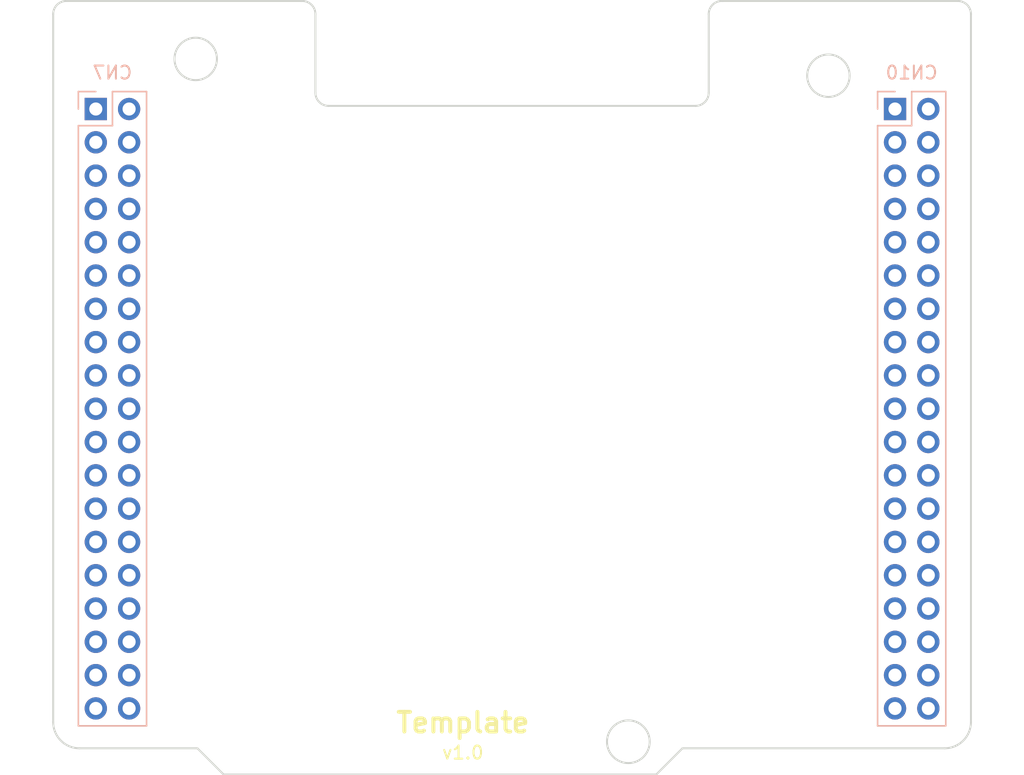
<source format=kicad_pcb>
(kicad_pcb (version 20241229) (generator "pcbnew") (generator_version "9.0")
  (title_block (rev "${REVISION}") (company "Author:") (comment 1 "Reviewer:"))
  (layers (0 "F.Cu" signal) (2 "B.Cu" signal) (13 "F.Paste" user) (15 "B.Paste" user) (5 "F.SilkS" user "F.Silkscreen") (7 "B.SilkS" user "B.Silkscreen") (1 "F.Mask" user) (3 "B.Mask" user) (25 "Edge.Cuts" user))
  (property "REVISION" "1.0")
  (net 0 "")
  (net 1 "Net-(CN10-Pad1)")
  (net 2 "Net-(CN10-Pad2)")
  (net 3 "Net-(CN10-Pad3)")
  (net 4 "Net-(CN10-Pad4)")
  (net 5 "Net-(CN10-Pad5)")
  (net 6 "Net-(CN10-Pad6)")
  (net 7 "Net-(CN10-Pad7)")
  (net 8 "Net-(CN10-Pad8)")
  (net 9 "Net-(CN10-Pad9)")
  (net 10 "Net-(CN10-Pad10)")
  (net 11 "Net-(CN10-Pad11)")
  (net 12 "Net-(CN10-Pad12)")
  (net 13 "Net-(CN10-Pad13)")
  (net 14 "Net-(CN10-Pad14)")
  (net 15 "Net-(CN10-Pad15)")
  (net 16 "Net-(CN10-Pad16)")
  (net 17 "Net-(CN10-Pad17)")
  (net 18 "Net-(CN10-Pad18)")
  (net 19 "Net-(CN10-Pad19)")
  (net 20 "Net-(CN10-Pad20)")
  (net 21 "Net-(CN10-Pad21)")
  (net 22 "Net-(CN10-Pad22)")
  (net 23 "Net-(CN10-Pad23)")
  (net 24 "Net-(CN10-Pad24)")
  (net 25 "Net-(CN10-Pad25)")
  (net 26 "Net-(CN10-Pad26)")
  (net 27 "Net-(CN10-Pad27)")
  (net 28 "Net-(CN10-Pad28)")
  (net 29 "Net-(CN10-Pad29)")
  (net 30 "Net-(CN10-Pad30)")
  (net 31 "Net-(CN10-Pad31)")
  (net 32 "Net-(CN10-Pad32)")
  (net 33 "Net-(CN10-Pad33)")
  (net 34 "Net-(CN10-Pad34)")
  (net 35 "Net-(CN10-Pad35)")
  (net 36 "Net-(CN10-Pad36)")
  (net 37 "Net-(CN10-Pad37)")
  (net 38 "Net-(CN10-Pad38)")
  (net 39 "Net-(CN7-Pad1)")
  (net 40 "Net-(CN7-Pad2)")
  (net 41 "Net-(CN7-Pad3)")
  (net 42 "Net-(CN7-Pad4)")
  (net 43 "Net-(CN7-Pad5)")
  (net 44 "Net-(CN7-Pad6)")
  (net 45 "Net-(CN7-Pad7)")
  (net 46 "Net-(CN7-Pad8)")
  (net 47 "Net-(CN7-Pad9)")
  (net 48 "Net-(CN7-Pad10)")
  (net 49 "Net-(CN7-Pad11)")
  (net 50 "Net-(CN7-Pad12)")
  (net 51 "Net-(CN7-Pad13)")
  (net 52 "Net-(CN7-Pad14)")
  (net 53 "Net-(CN7-Pad15)")
  (net 54 "Net-(CN7-Pad16)")
  (net 55 "Net-(CN7-Pad17)")
  (net 56 "Net-(CN7-Pad18)")
  (net 57 "Net-(CN7-Pad19)")
  (net 58 "Net-(CN7-Pad20)")
  (net 59 "Net-(CN7-Pad21)")
  (net 60 "Net-(CN7-Pad22)")
  (net 61 "Net-(CN7-Pad23)")
  (net 62 "Net-(CN7-Pad24)")
  (net 63 "Net-(CN7-Pad25)")
  (net 64 "Net-(CN7-Pad26)")
  (net 65 "Net-(CN7-Pad27)")
  (net 66 "Net-(CN7-Pad28)")
  (net 67 "Net-(CN7-Pad29)")
  (net 68 "Net-(CN7-Pad30)")
  (net 69 "Net-(CN7-Pad31)")
  (net 70 "Net-(CN7-Pad32)")
  (net 71 "Net-(CN7-Pad33)")
  (net 72 "Net-(CN7-Pad34)")
  (net 73 "Net-(CN7-Pad35)")
  (net 74 "Net-(CN7-Pad36)")
  (net 75 "Net-(CN7-Pad37)")
  (net 76 "Net-(CN7-Pad38)")
  (footprint "Connector_PinSocket_2.54mm:PinSocket_2x19_P2.54mm_Vertical" (layer "B.Cu") (at 180.21 67.32 180)
    (property "Reference" "CN10" (at -1.27 2.77 0) (layer "B.SilkS") (effects (justify mirror)))
    (property "Value" "Conn_02x19_Odd_Even")
    (fp_line (start 1.33 1.33) (end 1.33 0) (stroke (width 0.12)) (layer "B.SilkS"))
    (fp_line (start 1.33 -1.27) (end 1.33 -47.05) (stroke (width 0.12)) (layer "B.SilkS"))
    (fp_line (start 0 1.33) (end 1.33 1.33) (stroke (width 0.12)) (layer "B.SilkS"))
    (fp_line (start -1.27 1.33) (end -1.27 -1.27) (stroke (width 0.12)) (layer "B.SilkS"))
    (fp_line (start -1.27 -1.27) (end 1.33 -1.27) (stroke (width 0.12)) (layer "B.SilkS"))
    (fp_line (start -3.87 1.33) (end -1.27 1.33) (stroke (width 0.12)) (layer "B.SilkS"))
    (fp_line (start -3.87 1.33) (end -3.87 -47.05) (stroke (width 0.12)) (layer "B.SilkS"))
    (fp_line (start -3.87 -47.05) (end 1.33 -47.05) (stroke (width 0.12)) (layer "B.SilkS"))
    (pad "1" thru_hole rect (at 0 0 180) (size 1.7 1.7) (drill 1) (layers "*.Cu" "*.Mask") (net 1 "Net-(CN10-Pad1)"))
    (pad "2" thru_hole oval (at -2.54 0 180) (size 1.7 1.7) (drill 1) (layers "*.Cu" "*.Mask") (net 2 "Net-(CN10-Pad2)"))
    (pad "3" thru_hole oval (at 0 -2.54 180) (size 1.7 1.7) (drill 1) (layers "*.Cu" "*.Mask") (net 3 "Net-(CN10-Pad3)"))
    (pad "4" thru_hole oval (at -2.54 -2.54 180) (size 1.7 1.7) (drill 1) (layers "*.Cu" "*.Mask") (net 4 "Net-(CN10-Pad4)"))
    (pad "5" thru_hole oval (at 0 -5.08 180) (size 1.7 1.7) (drill 1) (layers "*.Cu" "*.Mask") (net 5 "Net-(CN10-Pad5)"))
    (pad "6" thru_hole oval (at -2.54 -5.08 180) (size 1.7 1.7) (drill 1) (layers "*.Cu" "*.Mask") (net 6 "Net-(CN10-Pad6)"))
    (pad "7" thru_hole oval (at 0 -7.62 180) (size 1.7 1.7) (drill 1) (layers "*.Cu" "*.Mask") (net 7 "Net-(CN10-Pad7)"))
    (pad "8" thru_hole oval (at -2.54 -7.62 180) (size 1.7 1.7) (drill 1) (layers "*.Cu" "*.Mask") (net 8 "Net-(CN10-Pad8)"))
    (pad "9" thru_hole oval (at 0 -10.16 180) (size 1.7 1.7) (drill 1) (layers "*.Cu" "*.Mask") (net 9 "Net-(CN10-Pad9)"))
    (pad "10" thru_hole oval (at -2.54 -10.16 180) (size 1.7 1.7) (drill 1) (layers "*.Cu" "*.Mask") (net 10 "Net-(CN10-Pad10)"))
    (pad "11" thru_hole oval (at 0 -12.7 180) (size 1.7 1.7) (drill 1) (layers "*.Cu" "*.Mask") (net 11 "Net-(CN10-Pad11)"))
    (pad "12" thru_hole oval (at -2.54 -12.7 180) (size 1.7 1.7) (drill 1) (layers "*.Cu" "*.Mask") (net 12 "Net-(CN10-Pad12)"))
    (pad "13" thru_hole oval (at 0 -15.24 180) (size 1.7 1.7) (drill 1) (layers "*.Cu" "*.Mask") (net 13 "Net-(CN10-Pad13)"))
    (pad "14" thru_hole oval (at -2.54 -15.24 180) (size 1.7 1.7) (drill 1) (layers "*.Cu" "*.Mask") (net 14 "Net-(CN10-Pad14)"))
    (pad "15" thru_hole oval (at 0 -17.78 180) (size 1.7 1.7) (drill 1) (layers "*.Cu" "*.Mask") (net 15 "Net-(CN10-Pad15)"))
    (pad "16" thru_hole oval (at -2.54 -17.78 180) (size 1.7 1.7) (drill 1) (layers "*.Cu" "*.Mask") (net 16 "Net-(CN10-Pad16)"))
    (pad "17" thru_hole oval (at 0 -20.32 180) (size 1.7 1.7) (drill 1) (layers "*.Cu" "*.Mask") (net 17 "Net-(CN10-Pad17)"))
    (pad "18" thru_hole oval (at -2.54 -20.32 180) (size 1.7 1.7) (drill 1) (layers "*.Cu" "*.Mask") (net 18 "Net-(CN10-Pad18)"))
    (pad "19" thru_hole oval (at 0 -22.86 180) (size 1.7 1.7) (drill 1) (layers "*.Cu" "*.Mask") (net 19 "Net-(CN10-Pad19)"))
    (pad "20" thru_hole oval (at -2.54 -22.86 180) (size 1.7 1.7) (drill 1) (layers "*.Cu" "*.Mask") (net 20 "Net-(CN10-Pad20)"))
    (pad "21" thru_hole oval (at 0 -25.4 180) (size 1.7 1.7) (drill 1) (layers "*.Cu" "*.Mask") (net 21 "Net-(CN10-Pad21)"))
    (pad "22" thru_hole oval (at -2.54 -25.4 180) (size 1.7 1.7) (drill 1) (layers "*.Cu" "*.Mask") (net 22 "Net-(CN10-Pad22)"))
    (pad "23" thru_hole oval (at 0 -27.94 180) (size 1.7 1.7) (drill 1) (layers "*.Cu" "*.Mask") (net 23 "Net-(CN10-Pad23)"))
    (pad "24" thru_hole oval (at -2.54 -27.94 180) (size 1.7 1.7) (drill 1) (layers "*.Cu" "*.Mask") (net 24 "Net-(CN10-Pad24)"))
    (pad "25" thru_hole oval (at 0 -30.48 180) (size 1.7 1.7) (drill 1) (layers "*.Cu" "*.Mask") (net 25 "Net-(CN10-Pad25)"))
    (pad "26" thru_hole oval (at -2.54 -30.48 180) (size 1.7 1.7) (drill 1) (layers "*.Cu" "*.Mask") (net 26 "Net-(CN10-Pad26)"))
    (pad "27" thru_hole oval (at 0 -33.02 180) (size 1.7 1.7) (drill 1) (layers "*.Cu" "*.Mask") (net 27 "Net-(CN10-Pad27)"))
    (pad "28" thru_hole oval (at -2.54 -33.02 180) (size 1.7 1.7) (drill 1) (layers "*.Cu" "*.Mask") (net 28 "Net-(CN10-Pad28)"))
    (pad "29" thru_hole oval (at 0 -35.56 180) (size 1.7 1.7) (drill 1) (layers "*.Cu" "*.Mask") (net 29 "Net-(CN10-Pad29)"))
    (pad "30" thru_hole oval (at -2.54 -35.56 180) (size 1.7 1.7) (drill 1) (layers "*.Cu" "*.Mask") (net 30 "Net-(CN10-Pad30)"))
    (pad "31" thru_hole oval (at 0 -38.1 180) (size 1.7 1.7) (drill 1) (layers "*.Cu" "*.Mask") (net 31 "Net-(CN10-Pad31)"))
    (pad "32" thru_hole oval (at -2.54 -38.1 180) (size 1.7 1.7) (drill 1) (layers "*.Cu" "*.Mask") (net 32 "Net-(CN10-Pad32)"))
    (pad "33" thru_hole oval (at 0 -40.64 180) (size 1.7 1.7) (drill 1) (layers "*.Cu" "*.Mask") (net 33 "Net-(CN10-Pad33)"))
    (pad "34" thru_hole oval (at -2.54 -40.64 180) (size 1.7 1.7) (drill 1) (layers "*.Cu" "*.Mask") (net 34 "Net-(CN10-Pad34)"))
    (pad "35" thru_hole oval (at 0 -43.18 180) (size 1.7 1.7) (drill 1) (layers "*.Cu" "*.Mask") (net 35 "Net-(CN10-Pad35)"))
    (pad "36" thru_hole oval (at -2.54 -43.18 180) (size 1.7 1.7) (drill 1) (layers "*.Cu" "*.Mask") (net 36 "Net-(CN10-Pad36)"))
    (pad "37" thru_hole oval (at 0 -45.72 180) (size 1.7 1.7) (drill 1) (layers "*.Cu" "*.Mask") (net 37 "Net-(CN10-Pad37)"))
    (pad "38" thru_hole oval (at -2.54 -45.72 180) (size 1.7 1.7) (drill 1) (layers "*.Cu" "*.Mask") (net 38 "Net-(CN10-Pad38)"))
  )
  (footprint "Connector_PinSocket_2.54mm:PinSocket_2x19_P2.54mm_Vertical" (layer "B.Cu") (at 119.25 67.32 180)
    (property "Reference" "CN7" (at -1.27 2.77 0) (layer "B.SilkS") (effects (justify mirror)))
    (property "Value" "Conn_02x19_Odd_Even")
    (fp_line (start 1.33 1.33) (end 1.33 0) (stroke (width 0.12)) (layer "B.SilkS"))
    (fp_line (start 1.33 -1.27) (end 1.33 -47.05) (stroke (width 0.12)) (layer "B.SilkS"))
    (fp_line (start 0 1.33) (end 1.33 1.33) (stroke (width 0.12)) (layer "B.SilkS"))
    (fp_line (start -1.27 1.33) (end -1.27 -1.27) (stroke (width 0.12)) (layer "B.SilkS"))
    (fp_line (start -1.27 -1.27) (end 1.33 -1.27) (stroke (width 0.12)) (layer "B.SilkS"))
    (fp_line (start -3.87 1.33) (end -1.27 1.33) (stroke (width 0.12)) (layer "B.SilkS"))
    (fp_line (start -3.87 1.33) (end -3.87 -47.05) (stroke (width 0.12)) (layer "B.SilkS"))
    (fp_line (start -3.87 -47.05) (end 1.33 -47.05) (stroke (width 0.12)) (layer "B.SilkS"))
    (pad "1" thru_hole rect (at 0 0 180) (size 1.7 1.7) (drill 1) (layers "*.Cu" "*.Mask") (net 39 "Net-(CN7-Pad1)"))
    (pad "2" thru_hole oval (at -2.54 0 180) (size 1.7 1.7) (drill 1) (layers "*.Cu" "*.Mask") (net 40 "Net-(CN7-Pad2)"))
    (pad "3" thru_hole oval (at 0 -2.54 180) (size 1.7 1.7) (drill 1) (layers "*.Cu" "*.Mask") (net 41 "Net-(CN7-Pad3)"))
    (pad "4" thru_hole oval (at -2.54 -2.54 180) (size 1.7 1.7) (drill 1) (layers "*.Cu" "*.Mask") (net 42 "Net-(CN7-Pad4)"))
    (pad "5" thru_hole oval (at 0 -5.08 180) (size 1.7 1.7) (drill 1) (layers "*.Cu" "*.Mask") (net 43 "Net-(CN7-Pad5)"))
    (pad "6" thru_hole oval (at -2.54 -5.08 180) (size 1.7 1.7) (drill 1) (layers "*.Cu" "*.Mask") (net 44 "Net-(CN7-Pad6)"))
    (pad "7" thru_hole oval (at 0 -7.62 180) (size 1.7 1.7) (drill 1) (layers "*.Cu" "*.Mask") (net 45 "Net-(CN7-Pad7)"))
    (pad "8" thru_hole oval (at -2.54 -7.62 180) (size 1.7 1.7) (drill 1) (layers "*.Cu" "*.Mask") (net 46 "Net-(CN7-Pad8)"))
    (pad "9" thru_hole oval (at 0 -10.16 180) (size 1.7 1.7) (drill 1) (layers "*.Cu" "*.Mask") (net 47 "Net-(CN7-Pad9)"))
    (pad "10" thru_hole oval (at -2.54 -10.16 180) (size 1.7 1.7) (drill 1) (layers "*.Cu" "*.Mask") (net 48 "Net-(CN7-Pad10)"))
    (pad "11" thru_hole oval (at 0 -12.7 180) (size 1.7 1.7) (drill 1) (layers "*.Cu" "*.Mask") (net 49 "Net-(CN7-Pad11)"))
    (pad "12" thru_hole oval (at -2.54 -12.7 180) (size 1.7 1.7) (drill 1) (layers "*.Cu" "*.Mask") (net 50 "Net-(CN7-Pad12)"))
    (pad "13" thru_hole oval (at 0 -15.24 180) (size 1.7 1.7) (drill 1) (layers "*.Cu" "*.Mask") (net 51 "Net-(CN7-Pad13)"))
    (pad "14" thru_hole oval (at -2.54 -15.24 180) (size 1.7 1.7) (drill 1) (layers "*.Cu" "*.Mask") (net 52 "Net-(CN7-Pad14)"))
    (pad "15" thru_hole oval (at 0 -17.78 180) (size 1.7 1.7) (drill 1) (layers "*.Cu" "*.Mask") (net 53 "Net-(CN7-Pad15)"))
    (pad "16" thru_hole oval (at -2.54 -17.78 180) (size 1.7 1.7) (drill 1) (layers "*.Cu" "*.Mask") (net 54 "Net-(CN7-Pad16)"))
    (pad "17" thru_hole oval (at 0 -20.32 180) (size 1.7 1.7) (drill 1) (layers "*.Cu" "*.Mask") (net 55 "Net-(CN7-Pad17)"))
    (pad "18" thru_hole oval (at -2.54 -20.32 180) (size 1.7 1.7) (drill 1) (layers "*.Cu" "*.Mask") (net 56 "Net-(CN7-Pad18)"))
    (pad "19" thru_hole oval (at 0 -22.86 180) (size 1.7 1.7) (drill 1) (layers "*.Cu" "*.Mask") (net 57 "Net-(CN7-Pad19)"))
    (pad "20" thru_hole oval (at -2.54 -22.86 180) (size 1.7 1.7) (drill 1) (layers "*.Cu" "*.Mask") (net 58 "Net-(CN7-Pad20)"))
    (pad "21" thru_hole oval (at 0 -25.4 180) (size 1.7 1.7) (drill 1) (layers "*.Cu" "*.Mask") (net 59 "Net-(CN7-Pad21)"))
    (pad "22" thru_hole oval (at -2.54 -25.4 180) (size 1.7 1.7) (drill 1) (layers "*.Cu" "*.Mask") (net 60 "Net-(CN7-Pad22)"))
    (pad "23" thru_hole oval (at 0 -27.94 180) (size 1.7 1.7) (drill 1) (layers "*.Cu" "*.Mask") (net 61 "Net-(CN7-Pad23)"))
    (pad "24" thru_hole oval (at -2.54 -27.94 180) (size 1.7 1.7) (drill 1) (layers "*.Cu" "*.Mask") (net 62 "Net-(CN7-Pad24)"))
    (pad "25" thru_hole oval (at 0 -30.48 180) (size 1.7 1.7) (drill 1) (layers "*.Cu" "*.Mask") (net 63 "Net-(CN7-Pad25)"))
    (pad "26" thru_hole oval (at -2.54 -30.48 180) (size 1.7 1.7) (drill 1) (layers "*.Cu" "*.Mask") (net 64 "Net-(CN7-Pad26)"))
    (pad "27" thru_hole oval (at 0 -33.02 180) (size 1.7 1.7) (drill 1) (layers "*.Cu" "*.Mask") (net 65 "Net-(CN7-Pad27)"))
    (pad "28" thru_hole oval (at -2.54 -33.02 180) (size 1.7 1.7) (drill 1) (layers "*.Cu" "*.Mask") (net 66 "Net-(CN7-Pad28)"))
    (pad "29" thru_hole oval (at 0 -35.56 180) (size 1.7 1.7) (drill 1) (layers "*.Cu" "*.Mask") (net 67 "Net-(CN7-Pad29)"))
    (pad "30" thru_hole oval (at -2.54 -35.56 180) (size 1.7 1.7) (drill 1) (layers "*.Cu" "*.Mask") (net 68 "Net-(CN7-Pad30)"))
    (pad "31" thru_hole oval (at 0 -38.1 180) (size 1.7 1.7) (drill 1) (layers "*.Cu" "*.Mask") (net 69 "Net-(CN7-Pad31)"))
    (pad "32" thru_hole oval (at -2.54 -38.1 180) (size 1.7 1.7) (drill 1) (layers "*.Cu" "*.Mask") (net 70 "Net-(CN7-Pad32)"))
    (pad "33" thru_hole oval (at 0 -40.64 180) (size 1.7 1.7) (drill 1) (layers "*.Cu" "*.Mask") (net 71 "Net-(CN7-Pad33)"))
    (pad "34" thru_hole oval (at -2.54 -40.64 180) (size 1.7 1.7) (drill 1) (layers "*.Cu" "*.Mask") (net 72 "Net-(CN7-Pad34)"))
    (pad "35" thru_hole oval (at 0 -43.18 180) (size 1.7 1.7) (drill 1) (layers "*.Cu" "*.Mask") (net 73 "Net-(CN7-Pad35)"))
    (pad "36" thru_hole oval (at -2.54 -43.18 180) (size 1.7 1.7) (drill 1) (layers "*.Cu" "*.Mask") (net 74 "Net-(CN7-Pad36)"))
    (pad "37" thru_hole oval (at 0 -45.72 180) (size 1.7 1.7) (drill 1) (layers "*.Cu" "*.Mask") (net 75 "Net-(CN7-Pad37)"))
    (pad "38" thru_hole oval (at -2.54 -45.72 180) (size 1.7 1.7) (drill 1) (layers "*.Cu" "*.Mask") (net 76 "Net-(CN7-Pad38)"))
  )
  (gr_line (start 165 67.08) (end 137 67.08) (stroke (width 0.15)) (layer "Edge.Cuts"))
  (gr_line (start 117 59.08) (end 135 59.08) (stroke (width 0.15)) (layer "Edge.Cuts"))
  (gr_line (start 136 60.08) (end 136 66.08) (stroke (width 0.15)) (layer "Edge.Cuts"))
  (gr_line (start 185 59.08) (end 167 59.08) (stroke (width 0.15)) (layer "Edge.Cuts"))
  (gr_arc (start 135 59.08) (mid 135.707107 59.372893) (end 136 60.08) (stroke (width 0.15)) (layer "Edge.Cuts"))
  (gr_line (start 127 116.08) (end 129 118.08) (stroke (width 0.15)) (layer "Edge.Cuts"))
  (gr_arc (start 186 114.08) (mid 185.414214 115.494214) (end 184 116.08) (stroke (width 0.15)) (layer "Edge.Cuts"))
  (gr_line (start 186 114.08) (end 186 60.08) (stroke (width 0.15)) (layer "Edge.Cuts"))
  (gr_arc (start 116 60.08) (mid 116.292893 59.372893) (end 117 59.08) (stroke (width 0.15)) (layer "Edge.Cuts"))
  (gr_line (start 164 116.08) (end 184 116.08) (stroke (width 0.15)) (layer "Edge.Cuts"))
  (gr_line (start 129 118.08) (end 162 118.08) (stroke (width 0.15)) (layer "Edge.Cuts"))
  (gr_arc (start 185 59.08) (mid 185.707107 59.372893) (end 186 60.08) (stroke (width 0.15)) (layer "Edge.Cuts"))
  (gr_circle (center 126.87 63.5) (end 128.49 63.5) (stroke (width 0.15)) (fill no) (layer "Edge.Cuts"))
  (gr_arc (start 137 67.08) (mid 136.292893 66.787107) (end 136 66.08) (stroke (width 0.15)) (layer "Edge.Cuts"))
  (gr_line (start 166 60.08) (end 166 66.08) (stroke (width 0.15)) (layer "Edge.Cuts"))
  (gr_arc (start 166 60.08) (mid 166.292893 59.372893) (end 167 59.08) (stroke (width 0.15)) (layer "Edge.Cuts"))
  (gr_line (start 118 116.08) (end 127 116.08) (stroke (width 0.15)) (layer "Edge.Cuts"))
  (gr_circle (center 175.13 64.78) (end 176.75 64.78) (stroke (width 0.15)) (fill no) (layer "Edge.Cuts"))
  (gr_arc (start 118 116.08) (mid 116.585786 115.494214) (end 116 114.08) (stroke (width 0.15)) (layer "Edge.Cuts"))
  (gr_line (start 116 114.08) (end 116 60.08) (stroke (width 0.15)) (layer "Edge.Cuts"))
  (gr_line (start 162 118.08) (end 164 116.08) (stroke (width 0.15)) (layer "Edge.Cuts"))
  (gr_circle (center 159.87 115.58) (end 161.5 115.58) (stroke (width 0.15)) (fill no) (layer "Edge.Cuts"))
  (gr_arc (start 166 66.08) (mid 165.707107 66.787107) (end 165 67.08) (stroke (width 0.15)) (layer "Edge.Cuts"))
  (gr_text "Template" (at 147.25 115 0) (layer "F.SilkS") (effects (font (size 1.5 1.5) (thickness 0.3) (bold yes)) (justify bottom)))
  (gr_text "v${REVISION}" (at 147.25 117 0) (layer "F.SilkS") (effects (font (size 1 1)) (justify bottom)))
)
</source>
